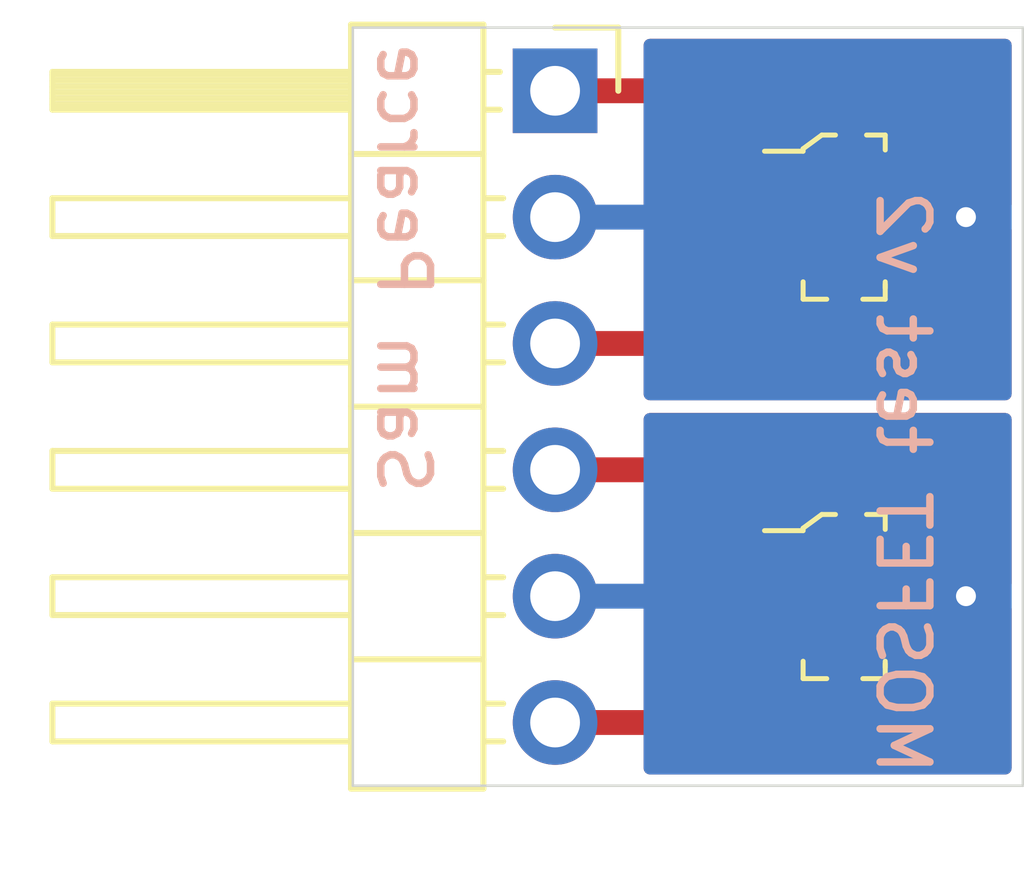
<source format=kicad_pcb>
(kicad_pcb (version 20171130) (host pcbnew "(5.1.6)-1")

  (general
    (thickness 1.6)
    (drawings 6)
    (tracks 11)
    (zones 0)
    (modules 3)
    (nets 7)
  )

  (page A4)
  (layers
    (0 F.Cu signal)
    (31 B.Cu signal)
    (32 B.Adhes user)
    (33 F.Adhes user)
    (34 B.Paste user)
    (35 F.Paste user)
    (36 B.SilkS user)
    (37 F.SilkS user)
    (38 B.Mask user)
    (39 F.Mask user)
    (40 Dwgs.User user)
    (41 Cmts.User user)
    (42 Eco1.User user)
    (43 Eco2.User user)
    (44 Edge.Cuts user)
    (45 Margin user)
    (46 B.CrtYd user)
    (47 F.CrtYd user)
    (48 B.Fab user)
    (49 F.Fab user)
  )

  (setup
    (last_trace_width 0.5)
    (trace_clearance 0.2)
    (zone_clearance 0.2)
    (zone_45_only no)
    (trace_min 0.2)
    (via_size 0.8)
    (via_drill 0.4)
    (via_min_size 0.4)
    (via_min_drill 0.3)
    (uvia_size 0.3)
    (uvia_drill 0.1)
    (uvias_allowed no)
    (uvia_min_size 0.2)
    (uvia_min_drill 0.1)
    (edge_width 0.05)
    (segment_width 0.2)
    (pcb_text_width 0.3)
    (pcb_text_size 1.5 1.5)
    (mod_edge_width 0.12)
    (mod_text_size 1 1)
    (mod_text_width 0.15)
    (pad_size 1.524 1.524)
    (pad_drill 0.762)
    (pad_to_mask_clearance 0.05)
    (aux_axis_origin 0 0)
    (visible_elements 7FFFFFFF)
    (pcbplotparams
      (layerselection 0x010fc_ffffffff)
      (usegerberextensions false)
      (usegerberattributes true)
      (usegerberadvancedattributes true)
      (creategerberjobfile true)
      (excludeedgelayer true)
      (linewidth 0.100000)
      (plotframeref false)
      (viasonmask false)
      (mode 1)
      (useauxorigin false)
      (hpglpennumber 1)
      (hpglpenspeed 20)
      (hpglpendiameter 15.000000)
      (psnegative false)
      (psa4output false)
      (plotreference true)
      (plotvalue true)
      (plotinvisibletext false)
      (padsonsilk false)
      (subtractmaskfromsilk false)
      (outputformat 1)
      (mirror false)
      (drillshape 1)
      (scaleselection 1)
      (outputdirectory ""))
  )

  (net 0 "")
  (net 1 "Net-(J1-Pad1)")
  (net 2 "Net-(J1-Pad2)")
  (net 3 "Net-(J1-Pad3)")
  (net 4 "Net-(J1-Pad4)")
  (net 5 "Net-(J1-Pad5)")
  (net 6 "Net-(J1-Pad6)")

  (net_class Default "This is the default net class."
    (clearance 0.2)
    (trace_width 0.5)
    (via_dia 0.8)
    (via_drill 0.4)
    (uvia_dia 0.3)
    (uvia_drill 0.1)
    (add_net "Net-(J1-Pad1)")
    (add_net "Net-(J1-Pad2)")
    (add_net "Net-(J1-Pad3)")
    (add_net "Net-(J1-Pad4)")
    (add_net "Net-(J1-Pad5)")
    (add_net "Net-(J1-Pad6)")
  )

  (module digikey-footprints:SOT-23-3 (layer F.Cu) (tedit 5D28A5E3) (tstamp 601EEE57)
    (at 167.86 96.78158)
    (path /601F4FBF)
    (attr smd)
    (fp_text reference Q2 (at 0.034 -2.67458) (layer F.SilkS) hide
      (effects (font (size 1 1) (thickness 0.15)))
    )
    (fp_text value SI3400A (at 0.034 3.04042) (layer F.SilkS) hide
      (effects (font (size 1 1) (thickness 0.15)))
    )
    (fp_text user %R (at -0.125 0.15) (layer F.Fab)
      (effects (font (size 0.25 0.25) (thickness 0.05)))
    )
    (fp_line (start -1.825 -1.95) (end 1.825 -1.95) (layer F.CrtYd) (width 0.05))
    (fp_line (start -1.825 -1.95) (end -1.825 1.95) (layer F.CrtYd) (width 0.05))
    (fp_line (start 1.825 1.95) (end -1.825 1.95) (layer F.CrtYd) (width 0.05))
    (fp_line (start 1.825 -1.95) (end 1.825 1.95) (layer F.CrtYd) (width 0.05))
    (fp_line (start -0.175 -1.65) (end -0.45 -1.65) (layer F.SilkS) (width 0.1))
    (fp_line (start -0.45 -1.65) (end -0.825 -1.375) (layer F.SilkS) (width 0.1))
    (fp_line (start -0.825 -1.375) (end -0.825 -1.325) (layer F.SilkS) (width 0.1))
    (fp_line (start -0.825 -1.325) (end -1.6 -1.325) (layer F.SilkS) (width 0.1))
    (fp_line (start -0.7 -1.325) (end -0.7 1.525) (layer F.Fab) (width 0.1))
    (fp_line (start -0.425 -1.525) (end 0.7 -1.525) (layer F.Fab) (width 0.1))
    (fp_line (start -0.425 -1.525) (end -0.7 -1.325) (layer F.Fab) (width 0.1))
    (fp_line (start -0.35 1.65) (end -0.825 1.65) (layer F.SilkS) (width 0.1))
    (fp_line (start -0.825 1.65) (end -0.825 1.3) (layer F.SilkS) (width 0.1))
    (fp_line (start 0.825 1.425) (end 0.825 1.3) (layer F.SilkS) (width 0.1))
    (fp_line (start 0.825 1.35) (end 0.825 1.65) (layer F.SilkS) (width 0.1))
    (fp_line (start 0.825 1.65) (end 0.375 1.65) (layer F.SilkS) (width 0.1))
    (fp_line (start 0.45 -1.65) (end 0.825 -1.65) (layer F.SilkS) (width 0.1))
    (fp_line (start 0.825 -1.65) (end 0.825 -1.35) (layer F.SilkS) (width 0.1))
    (fp_line (start -0.7 1.52) (end 0.7 1.52) (layer F.Fab) (width 0.1))
    (fp_line (start 0.7 1.52) (end 0.7 -1.52) (layer F.Fab) (width 0.1))
    (pad 1 smd rect (at -1.05 -0.95) (size 1.3 0.6) (layers F.Cu F.Paste F.Mask)
      (net 4 "Net-(J1-Pad4)") (solder_mask_margin 0.07))
    (pad 2 smd rect (at -1.05 0.95) (size 1.3 0.6) (layers F.Cu F.Paste F.Mask)
      (net 6 "Net-(J1-Pad6)") (solder_mask_margin 0.07))
    (pad 3 smd rect (at 1.05 0) (size 1.3 0.6) (layers F.Cu F.Paste F.Mask)
      (net 5 "Net-(J1-Pad5)") (solder_mask_margin 0.07))
  )

  (module digikey-footprints:SOT-23-3 (layer F.Cu) (tedit 5D28A5E3) (tstamp 601EEEFC)
    (at 167.86 89.154)
    (path /601F6D7F)
    (attr smd)
    (fp_text reference Q1 (at 0.034 2.667) (layer F.SilkS) hide
      (effects (font (size 1 1) (thickness 0.15)))
    )
    (fp_text value AO3400 (at 0.025 -2.794) (layer F.SilkS) hide
      (effects (font (size 1 1) (thickness 0.15)))
    )
    (fp_text user %R (at -0.125 0.15) (layer F.Fab)
      (effects (font (size 0.25 0.25) (thickness 0.05)))
    )
    (fp_line (start -1.825 -1.95) (end 1.825 -1.95) (layer F.CrtYd) (width 0.05))
    (fp_line (start -1.825 -1.95) (end -1.825 1.95) (layer F.CrtYd) (width 0.05))
    (fp_line (start 1.825 1.95) (end -1.825 1.95) (layer F.CrtYd) (width 0.05))
    (fp_line (start 1.825 -1.95) (end 1.825 1.95) (layer F.CrtYd) (width 0.05))
    (fp_line (start -0.175 -1.65) (end -0.45 -1.65) (layer F.SilkS) (width 0.1))
    (fp_line (start -0.45 -1.65) (end -0.825 -1.375) (layer F.SilkS) (width 0.1))
    (fp_line (start -0.825 -1.375) (end -0.825 -1.325) (layer F.SilkS) (width 0.1))
    (fp_line (start -0.825 -1.325) (end -1.6 -1.325) (layer F.SilkS) (width 0.1))
    (fp_line (start -0.7 -1.325) (end -0.7 1.525) (layer F.Fab) (width 0.1))
    (fp_line (start -0.425 -1.525) (end 0.7 -1.525) (layer F.Fab) (width 0.1))
    (fp_line (start -0.425 -1.525) (end -0.7 -1.325) (layer F.Fab) (width 0.1))
    (fp_line (start -0.35 1.65) (end -0.825 1.65) (layer F.SilkS) (width 0.1))
    (fp_line (start -0.825 1.65) (end -0.825 1.3) (layer F.SilkS) (width 0.1))
    (fp_line (start 0.825 1.425) (end 0.825 1.3) (layer F.SilkS) (width 0.1))
    (fp_line (start 0.825 1.35) (end 0.825 1.65) (layer F.SilkS) (width 0.1))
    (fp_line (start 0.825 1.65) (end 0.375 1.65) (layer F.SilkS) (width 0.1))
    (fp_line (start 0.45 -1.65) (end 0.825 -1.65) (layer F.SilkS) (width 0.1))
    (fp_line (start 0.825 -1.65) (end 0.825 -1.35) (layer F.SilkS) (width 0.1))
    (fp_line (start -0.7 1.52) (end 0.7 1.52) (layer F.Fab) (width 0.1))
    (fp_line (start 0.7 1.52) (end 0.7 -1.52) (layer F.Fab) (width 0.1))
    (pad 1 smd rect (at -1.05 -0.95) (size 1.3 0.6) (layers F.Cu F.Paste F.Mask)
      (net 1 "Net-(J1-Pad1)") (solder_mask_margin 0.07))
    (pad 2 smd rect (at -1.05 0.95) (size 1.3 0.6) (layers F.Cu F.Paste F.Mask)
      (net 3 "Net-(J1-Pad3)") (solder_mask_margin 0.07))
    (pad 3 smd rect (at 1.05 0) (size 1.3 0.6) (layers F.Cu F.Paste F.Mask)
      (net 2 "Net-(J1-Pad2)") (solder_mask_margin 0.07))
  )

  (module project_mosfet_test:PinHeader_1x06_P2.54mm_Horizontal (layer F.Cu) (tedit 600C770A) (tstamp 600CF0DB)
    (at 159.512 86.614)
    (descr "Through hole angled pin header, 1x06, 2.54mm pitch, 6mm pin length, single row")
    (tags "Through hole angled pin header THT 1x06 2.54mm single row")
    (path /600D9B7A)
    (fp_text reference J1 (at -1.845 -2.27 180) (layer F.SilkS) hide
      (effects (font (size 1 1) (thickness 0.15)))
    )
    (fp_text value Conn_01x06_Male (at -1.845 14.97 180) (layer F.Fab)
      (effects (font (size 1 1) (thickness 0.15)))
    )
    (fp_line (start 0.405 -1.27) (end -1.5 -1.27) (layer F.Fab) (width 0.1))
    (fp_line (start -1.5 -1.27) (end -1.5 13.97) (layer F.Fab) (width 0.1))
    (fp_line (start -1.5 13.97) (end 1.04 13.97) (layer F.Fab) (width 0.1))
    (fp_line (start 1.04 13.97) (end 1.04 -0.635) (layer F.Fab) (width 0.1))
    (fp_line (start 1.04 -0.635) (end 0.405 -1.27) (layer F.Fab) (width 0.1))
    (fp_line (start 2.86 -0.32) (end 1.04 -0.32) (layer F.Fab) (width 0.1))
    (fp_line (start 2.86 -0.32) (end 2.86 0.32) (layer F.Fab) (width 0.1))
    (fp_line (start 2.86 0.32) (end 1.04 0.32) (layer F.Fab) (width 0.1))
    (fp_line (start -1.5 -0.32) (end -7.5 -0.32) (layer F.Fab) (width 0.1))
    (fp_line (start -7.5 -0.32) (end -7.5 0.32) (layer F.Fab) (width 0.1))
    (fp_line (start -1.5 0.32) (end -7.5 0.32) (layer F.Fab) (width 0.1))
    (fp_line (start 2.86 2.22) (end 1.04 2.22) (layer F.Fab) (width 0.1))
    (fp_line (start 2.86 2.22) (end 2.86 2.86) (layer F.Fab) (width 0.1))
    (fp_line (start 2.86 2.86) (end 1.04 2.86) (layer F.Fab) (width 0.1))
    (fp_line (start -1.5 2.22) (end -7.5 2.22) (layer F.Fab) (width 0.1))
    (fp_line (start -7.5 2.22) (end -7.5 2.86) (layer F.Fab) (width 0.1))
    (fp_line (start -1.5 2.86) (end -7.5 2.86) (layer F.Fab) (width 0.1))
    (fp_line (start 2.86 4.76) (end 1.04 4.76) (layer F.Fab) (width 0.1))
    (fp_line (start 2.86 4.76) (end 2.86 5.4) (layer F.Fab) (width 0.1))
    (fp_line (start 2.86 5.4) (end 1.04 5.4) (layer F.Fab) (width 0.1))
    (fp_line (start -1.5 4.76) (end -7.5 4.76) (layer F.Fab) (width 0.1))
    (fp_line (start -7.5 4.76) (end -7.5 5.4) (layer F.Fab) (width 0.1))
    (fp_line (start -1.5 5.4) (end -7.5 5.4) (layer F.Fab) (width 0.1))
    (fp_line (start 2.86 7.3) (end 1.04 7.3) (layer F.Fab) (width 0.1))
    (fp_line (start 2.86 7.3) (end 2.86 7.94) (layer F.Fab) (width 0.1))
    (fp_line (start 2.86 7.94) (end 1.04 7.94) (layer F.Fab) (width 0.1))
    (fp_line (start -1.5 7.3) (end -7.5 7.3) (layer F.Fab) (width 0.1))
    (fp_line (start -7.5 7.3) (end -7.5 7.94) (layer F.Fab) (width 0.1))
    (fp_line (start -1.5 7.94) (end -7.5 7.94) (layer F.Fab) (width 0.1))
    (fp_line (start 2.86 9.84) (end 1.04 9.84) (layer F.Fab) (width 0.1))
    (fp_line (start 2.86 9.84) (end 2.86 10.48) (layer F.Fab) (width 0.1))
    (fp_line (start 2.86 10.48) (end 1.04 10.48) (layer F.Fab) (width 0.1))
    (fp_line (start -1.5 9.84) (end -7.5 9.84) (layer F.Fab) (width 0.1))
    (fp_line (start -7.5 9.84) (end -7.5 10.48) (layer F.Fab) (width 0.1))
    (fp_line (start -1.5 10.48) (end -7.5 10.48) (layer F.Fab) (width 0.1))
    (fp_line (start 2.86 12.38) (end 1.04 12.38) (layer F.Fab) (width 0.1))
    (fp_line (start 2.86 12.38) (end 2.86 13.02) (layer F.Fab) (width 0.1))
    (fp_line (start 2.86 13.02) (end 1.04 13.02) (layer F.Fab) (width 0.1))
    (fp_line (start -1.5 12.38) (end -7.5 12.38) (layer F.Fab) (width 0.1))
    (fp_line (start -7.5 12.38) (end -7.5 13.02) (layer F.Fab) (width 0.1))
    (fp_line (start -1.5 13.02) (end -7.5 13.02) (layer F.Fab) (width 0.1))
    (fp_line (start 1.1 -1.33) (end 1.1 14.03) (layer F.SilkS) (width 0.12))
    (fp_line (start 1.1 14.03) (end -1.56 14.03) (layer F.SilkS) (width 0.12))
    (fp_line (start -1.56 14.03) (end -1.56 -1.33) (layer F.SilkS) (width 0.12))
    (fp_line (start -1.56 -1.33) (end 1.1 -1.33) (layer F.SilkS) (width 0.12))
    (fp_line (start -1.56 -0.38) (end -7.56 -0.38) (layer F.SilkS) (width 0.12))
    (fp_line (start -7.56 -0.38) (end -7.56 0.38) (layer F.SilkS) (width 0.12))
    (fp_line (start -7.56 0.38) (end -1.56 0.38) (layer F.SilkS) (width 0.12))
    (fp_line (start -1.56 -0.32) (end -7.56 -0.32) (layer F.SilkS) (width 0.12))
    (fp_line (start -1.56 -0.2) (end -7.56 -0.2) (layer F.SilkS) (width 0.12))
    (fp_line (start -1.56 -0.08) (end -7.56 -0.08) (layer F.SilkS) (width 0.12))
    (fp_line (start -1.56 0.04) (end -7.56 0.04) (layer F.SilkS) (width 0.12))
    (fp_line (start -1.56 0.16) (end -7.56 0.16) (layer F.SilkS) (width 0.12))
    (fp_line (start -1.56 0.28) (end -7.56 0.28) (layer F.SilkS) (width 0.12))
    (fp_line (start 1.43 -0.38) (end 1.1 -0.38) (layer F.SilkS) (width 0.12))
    (fp_line (start 1.43 0.38) (end 1.1 0.38) (layer F.SilkS) (width 0.12))
    (fp_line (start 1.1 1.27) (end -1.56 1.27) (layer F.SilkS) (width 0.12))
    (fp_line (start -1.56 2.16) (end -7.56 2.16) (layer F.SilkS) (width 0.12))
    (fp_line (start -7.56 2.16) (end -7.56 2.92) (layer F.SilkS) (width 0.12))
    (fp_line (start -7.56 2.92) (end -1.56 2.92) (layer F.SilkS) (width 0.12))
    (fp_line (start 1.497071 2.16) (end 1.1 2.16) (layer F.SilkS) (width 0.12))
    (fp_line (start 1.497071 2.92) (end 1.1 2.92) (layer F.SilkS) (width 0.12))
    (fp_line (start 1.1 3.81) (end -1.56 3.81) (layer F.SilkS) (width 0.12))
    (fp_line (start -1.56 4.7) (end -7.56 4.7) (layer F.SilkS) (width 0.12))
    (fp_line (start -7.56 4.7) (end -7.56 5.46) (layer F.SilkS) (width 0.12))
    (fp_line (start -7.56 5.46) (end -1.56 5.46) (layer F.SilkS) (width 0.12))
    (fp_line (start 1.497071 4.7) (end 1.1 4.7) (layer F.SilkS) (width 0.12))
    (fp_line (start 1.497071 5.46) (end 1.1 5.46) (layer F.SilkS) (width 0.12))
    (fp_line (start 1.1 6.35) (end -1.56 6.35) (layer F.SilkS) (width 0.12))
    (fp_line (start -1.56 7.24) (end -7.56 7.24) (layer F.SilkS) (width 0.12))
    (fp_line (start -7.56 7.24) (end -7.56 8) (layer F.SilkS) (width 0.12))
    (fp_line (start -7.56 8) (end -1.56 8) (layer F.SilkS) (width 0.12))
    (fp_line (start 1.497071 7.24) (end 1.1 7.24) (layer F.SilkS) (width 0.12))
    (fp_line (start 1.497071 8) (end 1.1 8) (layer F.SilkS) (width 0.12))
    (fp_line (start 1.1 8.89) (end -1.56 8.89) (layer F.SilkS) (width 0.12))
    (fp_line (start -1.56 9.78) (end -7.56 9.78) (layer F.SilkS) (width 0.12))
    (fp_line (start -7.56 9.78) (end -7.56 10.54) (layer F.SilkS) (width 0.12))
    (fp_line (start -7.56 10.54) (end -1.56 10.54) (layer F.SilkS) (width 0.12))
    (fp_line (start 1.497071 9.78) (end 1.1 9.78) (layer F.SilkS) (width 0.12))
    (fp_line (start 1.497071 10.54) (end 1.1 10.54) (layer F.SilkS) (width 0.12))
    (fp_line (start 1.1 11.43) (end -1.56 11.43) (layer F.SilkS) (width 0.12))
    (fp_line (start -1.56 12.32) (end -7.56 12.32) (layer F.SilkS) (width 0.12))
    (fp_line (start -7.56 12.32) (end -7.56 13.08) (layer F.SilkS) (width 0.12))
    (fp_line (start -7.56 13.08) (end -1.56 13.08) (layer F.SilkS) (width 0.12))
    (fp_line (start 1.497071 12.32) (end 1.1 12.32) (layer F.SilkS) (width 0.12))
    (fp_line (start 1.497071 13.08) (end 1.1 13.08) (layer F.SilkS) (width 0.12))
    (fp_line (start 3.81 0) (end 3.81 -1.27) (layer F.SilkS) (width 0.12))
    (fp_line (start 3.81 -1.27) (end 2.54 -1.27) (layer F.SilkS) (width 0.12))
    (fp_line (start 4.34 -1.8) (end 4.34 14.5) (layer F.CrtYd) (width 0.05))
    (fp_line (start 4.34 14.5) (end -8.01 14.5) (layer F.CrtYd) (width 0.05))
    (fp_line (start -8.01 14.5) (end -8.01 -1.8) (layer F.CrtYd) (width 0.05))
    (fp_line (start -8.01 -1.8) (end 4.34 -1.8) (layer F.CrtYd) (width 0.05))
    (fp_text user %R (at -0.23 6.35 270) (layer F.Fab)
      (effects (font (size 1 1) (thickness 0.15)))
    )
    (pad 1 thru_hole rect (at 2.54 0) (size 1.7 1.7) (drill 1) (layers *.Cu *.Mask)
      (net 1 "Net-(J1-Pad1)"))
    (pad 2 thru_hole oval (at 2.54 2.54) (size 1.7 1.7) (drill 1) (layers *.Cu *.Mask)
      (net 2 "Net-(J1-Pad2)"))
    (pad 3 thru_hole oval (at 2.54 5.08) (size 1.7 1.7) (drill 1) (layers *.Cu *.Mask)
      (net 3 "Net-(J1-Pad3)"))
    (pad 4 thru_hole oval (at 2.54 7.62) (size 1.7 1.7) (drill 1) (layers *.Cu *.Mask)
      (net 4 "Net-(J1-Pad4)"))
    (pad 5 thru_hole oval (at 2.54 10.16) (size 1.7 1.7) (drill 1) (layers *.Cu *.Mask)
      (net 5 "Net-(J1-Pad5)"))
    (pad 6 thru_hole oval (at 2.54 12.7) (size 1.7 1.7) (drill 1) (layers *.Cu *.Mask)
      (net 6 "Net-(J1-Pad6)"))
    (model ${KISYS3DMOD}/Connector_PinHeader_2.54mm.3dshapes/PinHeader_1x06_P2.54mm_Horizontal.wrl
      (at (xyz 0 0 0))
      (scale (xyz 1 1 1))
      (rotate (xyz 0 0 0))
    )
  )

  (gr_text "Sam Pearce" (at 159.004 90.17 270) (layer B.SilkS)
    (effects (font (size 1 1) (thickness 0.15)) (justify mirror))
  )
  (gr_text "MOSFET test v2" (at 169.037 94.488 270) (layer B.SilkS)
    (effects (font (size 1 1) (thickness 0.15)) (justify mirror))
  )
  (gr_line (start 157.988 100.584) (end 171.45 100.584) (layer Edge.Cuts) (width 0.05) (tstamp 600CF5B0))
  (gr_line (start 171.45 85.344) (end 171.45 100.584) (layer Edge.Cuts) (width 0.05))
  (gr_line (start 157.988 85.344) (end 157.988 100.584) (layer Edge.Cuts) (width 0.05))
  (gr_line (start 157.988 85.344) (end 171.45 85.344) (layer Edge.Cuts) (width 0.05))

  (segment (start 162.052 86.614) (end 164.846 86.614) (width 0.5) (layer F.Cu) (net 1))
  (via (at 170.307 89.154) (size 0.8) (drill 0.4) (layers F.Cu B.Cu) (net 2))
  (via (at 170.307 96.774) (size 0.8) (drill 0.4) (layers F.Cu B.Cu) (net 5))
  (segment (start 162.052 89.154) (end 164.084 89.154) (width 0.5) (layer B.Cu) (net 2))
  (segment (start 170.307 89.154) (end 168.91 89.154) (width 0.5) (layer F.Cu) (net 2))
  (segment (start 162.052 91.694) (end 164.338 91.694) (width 0.5) (layer F.Cu) (net 3))
  (segment (start 162.052 94.234) (end 164.465 94.234) (width 0.5) (layer F.Cu) (net 4))
  (segment (start 162.052 96.774) (end 164.211 96.774) (width 0.5) (layer B.Cu) (net 5))
  (segment (start 168.91758 96.774) (end 168.91 96.78158) (width 0.5) (layer F.Cu) (net 5))
  (segment (start 170.307 96.774) (end 168.91758 96.774) (width 0.5) (layer F.Cu) (net 5))
  (segment (start 162.052 99.314) (end 164.592 99.314) (width 0.5) (layer F.Cu) (net 6))

  (zone (net 2) (net_name "Net-(J1-Pad2)") (layer B.Cu) (tstamp 0) (hatch edge 0.508)
    (connect_pads (clearance 0.2))
    (min_thickness 0.254)
    (fill yes (arc_segments 32) (thermal_gap 0.508) (thermal_bridge_width 0.508))
    (polygon
      (pts
        (xy 171.45 92.837) (xy 163.83 92.837) (xy 163.83 85.344) (xy 171.45 85.344)
      )
    )
    (filled_polygon
      (pts
        (xy 171.098 92.71) (xy 163.957 92.71) (xy 163.957 85.696) (xy 171.098 85.696)
      )
    )
  )
  (zone (net 5) (net_name "Net-(J1-Pad5)") (layer B.Cu) (tstamp 0) (hatch edge 0.508)
    (connect_pads (clearance 0.2))
    (min_thickness 0.254)
    (fill yes (arc_segments 32) (thermal_gap 0.508) (thermal_bridge_width 0.508))
    (polygon
      (pts
        (xy 171.45 100.584) (xy 163.83 100.584) (xy 163.83 93.091) (xy 171.45 93.091)
      )
    )
    (filled_polygon
      (pts
        (xy 171.098001 100.232) (xy 163.957 100.232) (xy 163.957 93.218) (xy 171.098001 93.218)
      )
    )
  )
  (zone (net 3) (net_name "Net-(J1-Pad3)") (layer F.Cu) (tstamp 0) (hatch edge 0.508)
    (connect_pads (clearance 0.2))
    (min_thickness 0.254)
    (fill yes (arc_segments 32) (thermal_gap 0.508) (thermal_bridge_width 0.508))
    (polygon
      (pts
        (xy 171.45 92.837) (xy 163.83 92.837) (xy 163.83 89.281) (xy 171.45 89.281)
      )
    )
    (filled_polygon
      (pts
        (xy 165.629463 89.449506) (xy 165.570498 89.55982) (xy 165.534188 89.679518) (xy 165.521928 89.804) (xy 165.525 89.81825)
        (xy 165.68375 89.977) (xy 166.683 89.977) (xy 166.683 89.957) (xy 166.937 89.957) (xy 166.937 89.977)
        (xy 167.93625 89.977) (xy 168.095 89.81825) (xy 168.098072 89.804) (xy 168.091234 89.734574) (xy 168.134257 89.75757)
        (xy 168.195897 89.776268) (xy 168.26 89.782582) (xy 169.56 89.782582) (xy 169.624103 89.776268) (xy 169.685743 89.75757)
        (xy 169.735452 89.731) (xy 169.861975 89.731) (xy 169.962636 89.798259) (xy 170.094942 89.853062) (xy 170.235397 89.881)
        (xy 170.378603 89.881) (xy 170.519058 89.853062) (xy 170.651364 89.798259) (xy 170.770436 89.718698) (xy 170.871698 89.617436)
        (xy 170.951259 89.498364) (xy 170.988689 89.408) (xy 171.098 89.408) (xy 171.098 92.71) (xy 163.957 92.71)
        (xy 163.957 90.404) (xy 165.521928 90.404) (xy 165.534188 90.528482) (xy 165.570498 90.64818) (xy 165.629463 90.758494)
        (xy 165.708815 90.855185) (xy 165.805506 90.934537) (xy 165.91582 90.993502) (xy 166.035518 91.029812) (xy 166.16 91.042072)
        (xy 166.52425 91.039) (xy 166.683 90.88025) (xy 166.683 90.231) (xy 166.937 90.231) (xy 166.937 90.88025)
        (xy 167.09575 91.039) (xy 167.46 91.042072) (xy 167.584482 91.029812) (xy 167.70418 90.993502) (xy 167.814494 90.934537)
        (xy 167.911185 90.855185) (xy 167.990537 90.758494) (xy 168.049502 90.64818) (xy 168.085812 90.528482) (xy 168.098072 90.404)
        (xy 168.095 90.38975) (xy 167.93625 90.231) (xy 166.937 90.231) (xy 166.683 90.231) (xy 165.68375 90.231)
        (xy 165.525 90.38975) (xy 165.521928 90.404) (xy 163.957 90.404) (xy 163.957 89.408) (xy 165.663526 89.408)
      )
    )
  )
  (zone (net 1) (net_name "Net-(J1-Pad1)") (layer F.Cu) (tstamp 0) (hatch edge 0.508)
    (connect_pads (clearance 0.2))
    (min_thickness 0.254)
    (fill yes (arc_segments 32) (thermal_gap 0.508) (thermal_bridge_width 0.508))
    (polygon
      (pts
        (xy 171.45 89.027) (xy 163.83 89.027) (xy 163.83 85.344) (xy 171.45 85.344)
      )
    )
    (filled_polygon
      (pts
        (xy 171.098 88.9) (xy 170.988689 88.9) (xy 170.951259 88.809636) (xy 170.871698 88.690564) (xy 170.770436 88.589302)
        (xy 170.651364 88.509741) (xy 170.519058 88.454938) (xy 170.378603 88.427) (xy 170.235397 88.427) (xy 170.094942 88.454938)
        (xy 169.962636 88.509741) (xy 169.861975 88.577) (xy 169.735452 88.577) (xy 169.685743 88.55043) (xy 169.624103 88.531732)
        (xy 169.56 88.525418) (xy 168.26 88.525418) (xy 168.195897 88.531732) (xy 168.134257 88.55043) (xy 168.091234 88.573426)
        (xy 168.098072 88.504) (xy 168.095 88.48975) (xy 167.93625 88.331) (xy 166.937 88.331) (xy 166.937 88.351)
        (xy 166.683 88.351) (xy 166.683 88.331) (xy 165.68375 88.331) (xy 165.525 88.48975) (xy 165.521928 88.504)
        (xy 165.534188 88.628482) (xy 165.570498 88.74818) (xy 165.629463 88.858494) (xy 165.663526 88.9) (xy 163.957 88.9)
        (xy 163.957 87.904) (xy 165.521928 87.904) (xy 165.525 87.91825) (xy 165.68375 88.077) (xy 166.683 88.077)
        (xy 166.683 87.42775) (xy 166.937 87.42775) (xy 166.937 88.077) (xy 167.93625 88.077) (xy 168.095 87.91825)
        (xy 168.098072 87.904) (xy 168.085812 87.779518) (xy 168.049502 87.65982) (xy 167.990537 87.549506) (xy 167.911185 87.452815)
        (xy 167.814494 87.373463) (xy 167.70418 87.314498) (xy 167.584482 87.278188) (xy 167.46 87.265928) (xy 167.09575 87.269)
        (xy 166.937 87.42775) (xy 166.683 87.42775) (xy 166.52425 87.269) (xy 166.16 87.265928) (xy 166.035518 87.278188)
        (xy 165.91582 87.314498) (xy 165.805506 87.373463) (xy 165.708815 87.452815) (xy 165.629463 87.549506) (xy 165.570498 87.65982)
        (xy 165.534188 87.779518) (xy 165.521928 87.904) (xy 163.957 87.904) (xy 163.957 85.696) (xy 171.098 85.696)
      )
    )
  )
  (zone (net 4) (net_name "Net-(J1-Pad4)") (layer F.Cu) (tstamp 0) (hatch edge 0.508)
    (connect_pads (clearance 0.2))
    (min_thickness 0.254)
    (fill yes (arc_segments 32) (thermal_gap 0.508) (thermal_bridge_width 0.508))
    (polygon
      (pts
        (xy 171.45 96.647) (xy 163.83 96.647) (xy 163.83 93.091) (xy 171.45 93.091)
      )
    )
    (filled_polygon
      (pts
        (xy 171.098001 96.52) (xy 170.988689 96.52) (xy 170.951259 96.429636) (xy 170.871698 96.310564) (xy 170.770436 96.209302)
        (xy 170.651364 96.129741) (xy 170.519058 96.074938) (xy 170.378603 96.047) (xy 170.235397 96.047) (xy 170.094942 96.074938)
        (xy 169.962636 96.129741) (xy 169.861975 96.197) (xy 169.721271 96.197) (xy 169.685743 96.17801) (xy 169.624103 96.159312)
        (xy 169.56 96.152998) (xy 168.26 96.152998) (xy 168.195897 96.159312) (xy 168.134257 96.17801) (xy 168.091234 96.201006)
        (xy 168.098072 96.13158) (xy 168.095 96.11733) (xy 167.93625 95.95858) (xy 166.937 95.95858) (xy 166.937 95.97858)
        (xy 166.683 95.97858) (xy 166.683 95.95858) (xy 165.68375 95.95858) (xy 165.525 96.11733) (xy 165.521928 96.13158)
        (xy 165.534188 96.256062) (xy 165.570498 96.37576) (xy 165.629463 96.486074) (xy 165.657305 96.52) (xy 163.957 96.52)
        (xy 163.957 95.53158) (xy 165.521928 95.53158) (xy 165.525 95.54583) (xy 165.68375 95.70458) (xy 166.683 95.70458)
        (xy 166.683 95.05533) (xy 166.937 95.05533) (xy 166.937 95.70458) (xy 167.93625 95.70458) (xy 168.095 95.54583)
        (xy 168.098072 95.53158) (xy 168.085812 95.407098) (xy 168.049502 95.2874) (xy 167.990537 95.177086) (xy 167.911185 95.080395)
        (xy 167.814494 95.001043) (xy 167.70418 94.942078) (xy 167.584482 94.905768) (xy 167.46 94.893508) (xy 167.09575 94.89658)
        (xy 166.937 95.05533) (xy 166.683 95.05533) (xy 166.52425 94.89658) (xy 166.16 94.893508) (xy 166.035518 94.905768)
        (xy 165.91582 94.942078) (xy 165.805506 95.001043) (xy 165.708815 95.080395) (xy 165.629463 95.177086) (xy 165.570498 95.2874)
        (xy 165.534188 95.407098) (xy 165.521928 95.53158) (xy 163.957 95.53158) (xy 163.957 93.218) (xy 171.098001 93.218)
      )
    )
  )
  (zone (net 6) (net_name "Net-(J1-Pad6)") (layer F.Cu) (tstamp 0) (hatch edge 0.508)
    (connect_pads (clearance 0.2))
    (min_thickness 0.254)
    (fill yes (arc_segments 32) (thermal_gap 0.508) (thermal_bridge_width 0.508))
    (polygon
      (pts
        (xy 171.45 100.584) (xy 163.83 100.584) (xy 163.83 96.901) (xy 171.45 96.901)
      )
    )
    (filled_polygon
      (pts
        (xy 165.629463 97.077086) (xy 165.570498 97.1874) (xy 165.534188 97.307098) (xy 165.521928 97.43158) (xy 165.525 97.44583)
        (xy 165.68375 97.60458) (xy 166.683 97.60458) (xy 166.683 97.58458) (xy 166.937 97.58458) (xy 166.937 97.60458)
        (xy 167.93625 97.60458) (xy 168.095 97.44583) (xy 168.098072 97.43158) (xy 168.091234 97.362154) (xy 168.134257 97.38515)
        (xy 168.195897 97.403848) (xy 168.26 97.410162) (xy 169.56 97.410162) (xy 169.624103 97.403848) (xy 169.685743 97.38515)
        (xy 169.74255 97.354786) (xy 169.747163 97.351) (xy 169.861975 97.351) (xy 169.962636 97.418259) (xy 170.094942 97.473062)
        (xy 170.235397 97.501) (xy 170.378603 97.501) (xy 170.519058 97.473062) (xy 170.651364 97.418259) (xy 170.770436 97.338698)
        (xy 170.871698 97.237436) (xy 170.951259 97.118364) (xy 170.988689 97.028) (xy 171.098001 97.028) (xy 171.098001 100.232)
        (xy 163.957 100.232) (xy 163.957 98.03158) (xy 165.521928 98.03158) (xy 165.534188 98.156062) (xy 165.570498 98.27576)
        (xy 165.629463 98.386074) (xy 165.708815 98.482765) (xy 165.805506 98.562117) (xy 165.91582 98.621082) (xy 166.035518 98.657392)
        (xy 166.16 98.669652) (xy 166.52425 98.66658) (xy 166.683 98.50783) (xy 166.683 97.85858) (xy 166.937 97.85858)
        (xy 166.937 98.50783) (xy 167.09575 98.66658) (xy 167.46 98.669652) (xy 167.584482 98.657392) (xy 167.70418 98.621082)
        (xy 167.814494 98.562117) (xy 167.911185 98.482765) (xy 167.990537 98.386074) (xy 168.049502 98.27576) (xy 168.085812 98.156062)
        (xy 168.098072 98.03158) (xy 168.095 98.01733) (xy 167.93625 97.85858) (xy 166.937 97.85858) (xy 166.683 97.85858)
        (xy 165.68375 97.85858) (xy 165.525 98.01733) (xy 165.521928 98.03158) (xy 163.957 98.03158) (xy 163.957 97.028)
        (xy 165.669747 97.028)
      )
    )
  )
)

</source>
